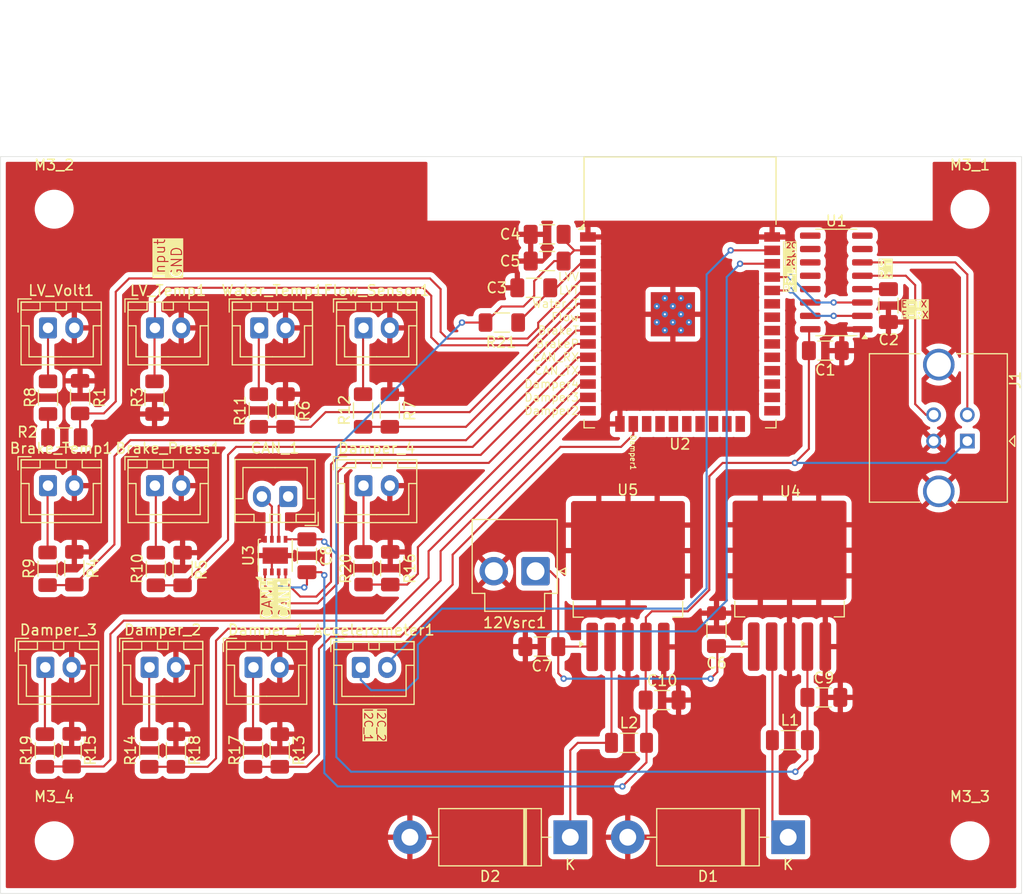
<source format=kicad_pcb>
(kicad_pcb (version 20240108) (generator "pcbnew") (generator_version "8.0")
  (layers (0 "F.Cu" signal) (31 "B.Cu" signal) (34 "B.Paste" user) (35 "F.Paste" user) (36 "B.SilkS" user "B.Silkscreen") (37 "F.SilkS" user "F.Silkscreen") (38 "B.Mask" user) (39 "F.Mask" user) (44 "Edge.Cuts" user))
  (net 0 "")
  (net 1 "Net-(D1-K)")
  (net 2 "GND")
  (net 3 "Net-(D2-K)")
  (net 4 "+5V")
  (net 5 "+12V")
  (net 6 "/I2C_1")
  (net 7 "/I2C_2")
  (net 8 "Net-(Brake_Press1-Pin_1)")
  (net 9 "Net-(Brake_Temp1-Pin_1)")
  (net 10 "Net-(U1-V3)")
  (net 11 "Net-(U2-EN)")
  (net 12 "+3V3")
  (net 13 "Net-(Damper_1-Pin_1)")
  (net 14 "Net-(Damper_2-Pin_1)")
  (net 15 "Net-(Damper_3-Pin_1)")
  (net 16 "Net-(Damper_4-Pin_1)")
  (net 17 "Net-(Flow_Sensor1-Pin_1)")
  (net 18 "Net-(J1-D+)")
  (net 19 "Net-(J1-D-)")
  (net 20 "Net-(CAN_1-Pin_1)")
  (net 21 "Net-(CAN_1-Pin_2)")
  (net 22 "/ADC1_3")
  (net 23 "Net-(LV_Volt1-Pin_1)")
  (net 24 "/ADC1_0")
  (net 25 "Net-(R2-Pad1)")
  (net 26 "/ADC1_4")
  (net 27 "/ADC1_5")
  (net 28 "/ADC1_6")
  (net 29 "/ADC1_7")
  (net 30 "Net-(Water_Temp1-Pin_1)")
  (net 31 "/ADC2_4")
  (net 32 "/ADC2_5")
  (net 33 "/ADC2_6")
  (net 34 "/ADC2_7")
  (net 42 "/E-TX")
  (net 45 "/E-RX")
  (net 54 "/CAN_TX")
  (net 59 "/CAN_RX")
  (footprint "Package_SO:SOIC-16_3.9x9.9mm_P1.27mm" (layer "F.Cu") (at 168.402 44.958 180)
    (property "Reference" "U1")
    (property "Value" "CH340C")
  )
  (footprint "Capacitor_SMD:C_1206_3216Metric_Pad1.33x1.80mm_HandSolder" (layer "F.Cu") (at 139.6615 45.466)
    (property "Reference" "C3")
    (property "Value" "1u")
  )
  (footprint "Connector_JST:JST_XH_B2B-XH-A_1x02_P2.50mm_Vertical" (layer "F.Cu") (at 93.258 81.52)
    (property "Reference" "Damper_3")
    (property "Value" "Conn_01x02")
  )
  (footprint "Inductor_SMD:L_1206_3216Metric_Pad1.22x1.90mm_HandSolder" (layer "F.Cu") (at 148.7055 88.6968)
    (property "Reference" "L2")
    (property "Value" "100u")
  )
  (footprint "Connector_JST:JST_XH_B2B-XH-A_1x02_P2.50mm_Vertical" (layer "F.Cu") (at 103.672 49.276)
    (property "Reference" "LV_Temp1")
    (property "Value" "Conn_01x02")
  )
  (footprint "Resistor_SMD:R_1206_3216Metric_Pad1.30x1.75mm_HandSolder" (layer "F.Cu") (at 123.444 57.124 -90)
    (property "Reference" "R12")
    (property "Value" "1000k")
  )
  (footprint "Resistor_SMD:R_1206_3216Metric_Pad1.30x1.75mm_HandSolder" (layer "F.Cu") (at 123.484 72.11 -90)
    (property "Reference" "R20")
    (property "Value" "1000k")
  )
  (footprint "MountingHole:MountingHole_3.2mm_M3" (layer "F.Cu") (at 181.1 38)
    (property "Reference" "M3_1")
    (property "Value" "MountingHole")
  )
  (footprint "Resistor_SMD:R_1206_3216Metric_Pad1.30x1.75mm_HandSolder" (layer "F.Cu") (at 126.024 72.11 90)
    (property "Reference" "R16")
    (property "Value" "220k")
  )
  (footprint "MountingHole:MountingHole_3.2mm_M3" (layer "F.Cu") (at 94.099913 98.00006)
    (property "Reference" "M3_4")
    (property "Value" "MountingHole")
  )
  (footprint "Connector_JST:JST_XH_B2B-XH-A_1x02_P2.50mm_Vertical" (layer "F.Cu") (at 113.578 49.276)
    (property "Reference" "Water_Temp1")
    (property "Value" "Conn_01x02")
  )
  (footprint "Diode_THT:D_DO-201AD_P15.24mm_Horizontal" (layer "F.Cu") (at 143.129 97.663 180)
    (property "Reference" "D2")
    (property "Value" "1N5820")
  )
  (footprint "Connector_JST:JST_XH_B2B-XH-A_1x02_P2.50mm_Vertical" (layer "F.Cu") (at 103.164 81.52)
    (property "Reference" "Damper_2")
    (property "Value" "Conn_01x02")
  )
  (footprint "Resistor_SMD:R_1206_3216Metric_Pad1.30x1.75mm_HandSolder" (layer "F.Cu") (at 103.124 89.42 -90)
    (property "Reference" "R18")
    (property "Value" "1000k")
  )
  (footprint "Resistor_SMD:R_1206_3216Metric_Pad1.30x1.75mm_HandSolder" (layer "F.Cu") (at 125.984 57.124 90)
    (property "Reference" "R7")
    (property "Value" "220k")
  )
  (footprint "Connector_JST:JST_VH_B2P-VH_1x02_P3.96mm_Vertical" (layer "F.Cu") (at 139.827 72.39 180)
    (property "Reference" "12Vsrc1")
    (property "Value" "Conn_01x02")
  )
  (footprint "Resistor_SMD:R_1206_3216Metric_Pad1.30x1.75mm_HandSolder" (layer "F.Cu") (at 93.218 89.42 -90)
    (property "Reference" "R19")
    (property "Value" "1000k")
  )
  (footprint "Resistor_SMD:R_1206_3216Metric_Pad1.30x1.75mm_HandSolder" (layer "F.Cu") (at 112.99 89.42 -90)
    (property "Reference" "R17")
    (property "Value" "1000k")
  )
  (footprint "Connector_JST:JST_XH_B2B-XH-A_1x02_P2.50mm_Vertical" (layer "F.Cu") (at 123.484 49.276)
    (property "Reference" "Flow_Sensor1")
    (property "Value" "Conn_01x02")
  )
  (footprint "Resistor_SMD:R_1206_3216Metric_Pad1.30x1.75mm_HandSolder" (layer "F.Cu") (at 103.756 72.179 -90)
    (property "Reference" "R10")
    (property "Value" "1000k")
  )
  (footprint "Connector_JST:JST_XH_B2B-XH-A_1x02_P2.50mm_Vertical" (layer "F.Cu") (at 103.672 64.262)
    (property "Reference" "Brake_Press1")
    (property "Value" "Conn_01x02")
  )
  (footprint "Resistor_SMD:R_1206_3216Metric_Pad1.30x1.75mm_HandSolder" (layer "F.Cu") (at 95.062 59.69)
    (property "Reference" "R2")
    (property "Value" "470k")
  )
  (footprint "Resistor_SMD:R_1206_3216Metric_Pad1.30x1.75mm_HandSolder" (layer "F.Cu") (at 96.012 72.11 90)
    (property "Reference" "R4")
    (property "Value" "220k")
  )
  (footprint "Connector_JST:JST_XH_B2B-XH-A_1x02_P2.50mm_Vertical" (layer "F.Cu") (at 123.484 64.262)
    (property "Reference" "Damper_4")
    (property "Value" "Conn_01x02")
  )
  (footprint "Capacitor_SMD:C_1206_3216Metric_Pad1.33x1.80mm_HandSolder" (layer "F.Cu") (at 118.11 70.9215 -90)
    (property "Reference" "C8")
    (property "Value" "100n")
  )
  (footprint "Connector_JST:JST_XH_B2B-XH-A_1x02_P2.50mm_Vertical" (layer "F.Cu") (at 116.332 65.295 180)
    (property "Reference" "CAN_1")
    (property "Value" "Conn_01x02_Pin")
  )
  (footprint "RF_Module:ESP32-WROOM-32" (layer "F.Cu") (at 153.556 48.89)
    (property "Reference" "U2")
    (property "Value" "ESP32-WROOM-32")
  )
  (footprint "Capacitor_SMD:C_1206_3216Metric_Pad1.33x1.80mm_HandSolder" (layer "F.Cu") (at 157.021 77.9395 90)
    (property "Reference" "C6")
    (property "Value" "100u")
  )
  (footprint "Capacitor_SMD:C_1206_3216Metric_Pad1.33x1.80mm_HandSolder" (layer "F.Cu") (at 140.4235 79.5528 180)
    (property "Reference" "C7")
    (property "Value" "100u")
  )
  (footprint "Resistor_SMD:R_1206_3216Metric_Pad1.30x1.75mm_HandSolder" (layer "F.Cu") (at 93.512 55.906 -90)
    (property "Reference" "R8")
    (property "Value" "470k")
  )
  (footprint "Resistor_SMD:R_1206_3216Metric_Pad1.30x1.75mm_HandSolder" (layer "F.Cu") (at 93.472 72.162 -90)
    (property "Reference" "R9")
    (property "Value" "1000k")
  )
  (footprint "Diode_THT:D_DO-201AD_P15.24mm_Horizontal" (layer "F.Cu") (at 163.83 97.663 180)
    (property "Reference" "D1")
    (property "Value" "1N5820")
  )
  (footprint "Capacitor_SMD:C_1206_3216Metric_Pad1.33x1.80mm_HandSolder" (layer "F.Cu") (at 140.9315 40.386 180)
    (property "Reference" "C4")
    (property "Value" "10u")
  )
  (footprint "Package_DFN_QFN:DFN-8-1EP_3x3mm_P0.65mm_EP1.55x2.4mm" (layer "F.Cu") (at 115.103 70.909 90)
    (property "Reference" "U3")
    (property "Value" "TJA1051TK-3")
  )
  (footprint "Resistor_SMD:R_1206_3216Metric_Pad1.30x1.75mm_HandSolder" (layer "F.Cu") (at 95.758 89.394 90)
    (property "Reference" "R15")
    (property "Value" "220k")
  )
  (footprint "MountingHole:MountingHole_3.2mm_M3" (layer "F.Cu") (at 181.1 98.00006)
    (property "Reference" "M3_3")
    (property "Value" "MountingHole")
  )
  (footprint "Resistor_SMD:R_1206_3216Metric_Pad1.30x1.75mm_HandSolder" (layer "F.Cu") (at 105.664 89.42 90)
    (property "Reference" "R14")
    (property "Value" "220k")
  )
  (footprint "Resistor_SMD:R_1206_3216Metric_Pad1.30x1.75mm_HandSolder" (layer "F.Cu") (at 96.56 55.854 90)
    (property "Reference" "R1")
    (property "Value" "100k")
  )
  (footprint "Connector_JST:JST_XH_B2B-XH-A_1x02_P2.50mm_Vertical" (layer "F.Cu") (at 123.23 81.534)
    (property "Reference" "Accelerometer1")
    (property "Value" "Conn_01x02")
  )
  (footprint "MountingHole:MountingHole_3.2mm_M3" (layer "F.Cu") (at 94.099913 38)
    (property "Reference" "M3_2")
    (property "Value" "MountingHole")
  )
  (footprint "Resistor_SMD:R_1206_3216Metric_Pad1.30x1.75mm_HandSolder" (layer "F.Cu") (at 106.296 72.179 90)
    (property "Reference" "R5")
    (property "Value" "220k")
  )
  (footprint "Connector_JST:JST_XH_B2B-XH-A_1x02_P2.50mm_Vertical" (layer "F.Cu") (at 113.03 81.52)
    (property "Reference" "Damper_1")
    (property "Value" "Conn_01x02")
  )
  (footprint "Resistor_SMD:R_1206_3216Metric_Pad1.30x1.75mm_HandSolder" (layer "F.Cu") (at 103.632 55.906 90)
    (property "Reference" "R3")
    (property "Value" "47R")
  )
  (footprint "Capacitor_SMD:C_1206_3216Metric_Pad1.33x1.80mm_HandSolder" (layer "F.Cu") (at 140.9315 42.926 180)
    (property "Reference" "C5")
    (property "Value" "0u1")
  )
  (footprint "Connector_JST:JST_XH_B2B-XH-A_1x02_P2.50mm_Vertical" (layer "F.Cu") (at 93.512 64.262)
    (property "Reference" "Brake_Temp1")
    (property "Value" "Conn_01x02")
  )
  (footprint "Capacitor_SMD:C_1206_3216Metric_Pad1.33x1.80mm_HandSolder" (layer "F.Cu") (at 167.2195 84.3788)
    (property "Reference" "C9")
    (property "Value" "1000u")
  )
  (footprint "Resistor_SMD:R_1206_3216Metric_Pad1.30x1.75mm_HandSolder" (layer "F.Cu") (at 136.626 48.768)
    (property "Reference" "R21")
    (property "Value" "10k")
  )
  (footprint "Resistor_SMD:R_1206_3216Metric_Pad1.30x1.75mm_HandSolder" (layer "F.Cu") (at 113.538 57.124 -90)
    (property "Reference" "R11")
    (property "Value" "1000k")
  )
  (footprint "Capacitor_SMD:C_1206_3216Metric_Pad1.33x1.80mm_HandSolder" (layer "F.Cu") (at 173.355 47.1555 90)
    (property "Reference" "C2")
    (property "Value" "0u1")
  )
  (footprint "Package_TO_SOT_SMD:TO-263-5_TabPin3" (layer "F.Cu") (at 163.957 71.9028 90)
    (property "Reference" "U4")
    (property "Value" "LM2576S-3.3")
  )
  (footprint "Capacitor_SMD:C_1206_3216Metric_Pad1.33x1.80mm_HandSolder" (layer "F.Cu") (at 167.3595 51.435 180)
    (property "Reference" "C1")
    (property "Value" "0u1")
  )
  (footprint "Inductor_SMD:L_1206_3216Metric_Pad1.22x1.90mm_HandSolder" (layer "F.Cu") (at 163.9945 88.4428)
    (property "Reference" "L1")
    (property "Value" "100u")
  )
  (footprint "Connector_JST:JST_XH_B2B-XH-A_1x02_P2.50mm_Vertical" (layer "F.Cu") (at 93.512 49.276)
    (property "Reference" "LV_Volt1")
    (property "Value" "Conn_01x02")
  )
  (footprint "Capacitor_SMD:C_1206_3216Metric_Pad1.33x1.80mm_HandSolder" (layer "F.Cu") (at 151.8535 84.6328)
    (property "Reference" "C10")
    (property "Value" "1000u")
  )
  (footprint "Resistor_SMD:R_1206_3216Metric_Pad1.30x1.75mm_HandSolder" (layer "F.Cu") (at 115.53 89.42 90)
    (property "Reference" "R13")
    (property "Value" "220k")
  )
  (footprint "Connector_USB:USB_B_TE_5787834_Vertical" (layer "F.Cu") (at 180.848 60.031 -90)
    (property "Reference" "J1")
    (property "Value" "USB_B")
  )
  (footprint "Resistor_SMD:R_1206_3216Metric_Pad1.30x1.75mm_HandSolder" (layer "F.Cu") (at 116.078 57.124 90)
    (property "Reference" "R6")
    (property "Value" "220k")
  )
  (footprint "Package_TO_SOT_SMD:TO-263-5_TabPin3" (layer "F.Cu") (at 148.609 71.9328 90)
    (property "Reference" "U5")
    (property "Value" "LM2576S-5")
  )
  (gr_rect (start 89.000089 33.000033) (end 186.000186 103.000103) (stroke (width 0.05)) (fill none) (layer "Edge.Cuts"))
  (gr_text "D-\nD+" (at 172.3136 44.5516 0) (layer "F.SilkS" knockout) (effects (font (size 0.635 0.635) (thickness 0.1)) (justify left bottom)))
  (gr_text "I2C\n _2\nI2C\n _1\nTX\nRX" (at 163.322 45.8216 0) (layer "F.SilkS" knockout) (effects (font (size 0.508 0.508) (thickness 0.1)) (justify left bottom)))
  (gr_text "LVV\nLVT\nWater_T\nFlow\nBrakeT\nBrakeP\nCAN_RX\nCAN_TX\nDamper4\nDamper3\nDamper2" (at 144.018 57.6072 0) (layer "F.SilkS") (effects (font (size 0.79 0.79) (thickness 0.09525)) (justify right bottom)))
  (gr_text "CANH\nCANL" (at 116.5352 77.0128 90) (layer "F.SilkS" knockout) (effects (font (size 1 1) (thickness 0.1)) (justify left bottom)))
  (gr_text "Damper1" (at 148.7932 59.3852 270) (layer "F.SilkS") (effects (font (size 0.508 0.508) (thickness 0.1)) (justify left bottom)))
  (gr_text "Input\nGND" (at 106.3244 44.6532 90) (layer "F.SilkS" knockout) (effects (font (size 1 1) (thickness 0.1)) (justify left bottom)))
  (gr_text "I2C_2\nI2C_1" (at 123.4948 85.344 270) (layer "F.SilkS" knockout) (effects (font (size 0.762 0.762) (thickness 0.1)) (justify left bottom)))
  (gr_text "E-TX\nE-RX" (at 174.498 48.4124 0) (layer "F.SilkS" knockout) (effects (font (size 0.635 0.635) (thickness 0.1)) (justify left bottom)))
  (segment (start 162.332 88.4428) (end 162.332 96.165) (width 0.2) (layer "F.Cu") (net 1))
  (segment (start 162.332 88.4428) (end 162.332 79.6278) (width 0.2) (layer "F.Cu") (net 1))
  (segment (start 162.332 79.6278) (end 162.257 79.5528) (width 0.2) (layer "F.Cu") (net 1))
  (segment (start 162.332 96.165) (end 163.83 97.663) (width 0.2) (layer "F.Cu") (net 1))
  (segment (start 114.778 72.459) (end 114.778 71.234) (width 0.2) (layer "F.Cu") (net 2))
  (segment (start 114.778 71.234) (end 115.103 70.909) (width 0.2) (layer "F.Cu") (net 2))
  (segment (start 147.043 79.7168) (end 146.909 79.5828) (width 0.2) (layer "F.Cu") (net 3))
  (segment (start 143.129 97.663) (end 143.129 89.408) (width 0.2) (layer "F.Cu") (net 3))
  (segment (start 143.129 89.408) (end 143.8402 88.6968) (width 0.2) (layer "F.Cu") (net 3))
  (segment (start 143.8402 88.6968) (end 147.043 88.6968) (width 0.2) (layer "F.Cu") (net 3))
  (segment (start 147.043 88.6968) (end 147.043 79.7168) (width 0.2) (layer "F.Cu") (net 3))
  (segment (start 118.11 73.677) (end 118.11 72.484) (width 0.2) (layer "F.Cu") (net 4))
  (segment (start 165.821025 49.508975) (end 165.927 49.403) (width 0.2) (layer "F.Cu") (net 4))
  (segment (start 119.474 72.484) (end 119.761 72.771) (width 0.2) (layer "F.Cu") (net 4))
  (segment (start 118.11 72.484) (end 119.474 72.484) (width 0.2) (layer "F.Cu") (net 4))
  (segment (start 156.337 63.373) (end 156.337 74.168) (width 0.2) (layer "F.Cu") (net 4))
  (segment (start 148.082 92.837) (end 150.368 90.551) (width 0.2) (layer "F.Cu") (net 4))
  (segment (start 117.856 73.931) (end 118.11 73.677) (width 0.2) (layer "F.Cu") (net 4))
  (segment (start 165.821025 51.333) (end 165.821025 49.508975) (width 0.2) (layer "F.Cu") (net 4))
  (segment (start 164.465 62.103) (end 165.797 60.771) (width 0.2) (layer "F.Cu") (net 4))
  (segment (start 154.305 76.2) (end 150.876 76.2) (width 0.2) (layer "F.Cu") (net 4))
  (segment (start 157.607 62.103) (end 156.337 63.373) (width 0.2) (layer "F.Cu") (net 4))
  (segment (start 164.465 62.103) (end 157.607 62.103) (width 0.2) (layer "F.Cu") (net 4))
  (segment (start 165.797 60.771) (end 165.797 51.435) (width 0.2) (layer "F.Cu") (net 4))
  (segment (start 150.309 76.767) (end 150.309 79.5828) (width 0.2) (layer "F.Cu") (net 4))
  (segment (start 115.428 73.533) (end 115.428 72.459) (width 0.2) (layer "F.Cu") (net 4))
  (segment (start 156.337 74.168) (end 154.305 76.2) (width 0.2) (layer "F.Cu") (net 4))
  (segment (start 150.876 76.2) (end 150.309 76.767) (width 0.2) (layer "F.Cu") (net 4))
  (segment (start 150.291 79.6008) (end 150.309 79.5828) (width 0.2) (layer "F.Cu") (net 4))
  (segment (start 150.368 90.551) (end 150.368 88.6968) (width 0.2) (layer "F.Cu") (net 4))
  (segment (start 150.368 88.6968) (end 150.368 84.7098) (width 0.2) (layer "F.Cu") (net 4))
  (segment (start 150.368 84.7098) (end 150.291 84.6328) (width 0.2) (layer "F.Cu") (net 4))
  (segment (start 150.291 84.6328) (end 150.291 79.6008) (width 0.2) (layer "F.Cu") (net 4))
  (via (at 117.856 73.931) (size 0.6) (drill 0.3) (layers "F.Cu" "B.Cu") (net 4))
  (via (at 164.465 62.103) (size 0.6) (drill 0.3) (layers "F.Cu" "B.Cu") (net 4))
  (via (at 119.761 72.771) (size 0.6) (drill 0.3) (layers "F.Cu" "B.Cu") (net 4))
  (via (at 115.428 73.533) (size 0.6) (drill 0.3) (layers "F.Cu" "B.Cu") (net 4))
  (via (at 148.082 92.837) (size 0.6) (drill 0.3) (layers "F.Cu" "B.Cu") (net 4))
  (segment (start 121.031 92.837) (end 119.761 91.567) (width 0.2) (layer "B.Cu") (net 4))
  (segment (start 178.776 62.103) (end 180.848 60.031) (width 0.2) (layer "B.Cu") (net 4))
  (segment (start 148.082 92.837) (end 121.031 92.837) (width 0.2) (layer "B.Cu") (net 4))
  (segment (start 119.761 91.567) (end 119.761 72.771) (width 0.2) (layer "B.Cu") (net 4))
  (segment (start 164.465 62.103) (end 178.776 62.103) (width 0.2) (layer "B.Cu") (net 4))
  (segment (start 115.826 73.931) (end 117.856 73.931) (width 0.2) (layer "B.Cu") (net 4))
  (segment (start 115.428 73.533) (end 115.826 73.931) (width 0.2) (layer "B.Cu") (net 4))
  (segment (start 157.098 81.9668) (end 157.098 79.5528) (width 0.2) (layer "F.Cu") (net 5))
  (segment (start 145.179 79.5528) (end 145.209 79.5828) (width 0.2) (layer "F.Cu") (net 5))
  (segment (start 141.986 79.5528) (end 145.179 79.5528) (width 0.2) (layer "F.Cu") (net 5))
  (segment (start 157.098 79.5528) (end 160.557 79.5528) (width 0.2) (layer "F.Cu") (net 5))
  (segment (start 141.986 73.152) (end 141.224 72.39) (width 0.2) (layer "F.Cu") (net 5))
  (segment (start 141.986 79.5528) (end 141.986 73.152) (width 0.2) (layer "F.Cu") (net 5))
  (segment (start 141.224 72.39) (end 139.827 72.39) (width 0.2) (layer "F.Cu") (net 5))
  (segment (start 142.5 82.6008) (end 141.986 82.0868) (width 0.2) (layer "F.Cu") (net 5))
  (segment (start 141.986 82.0868) (end 141.986 79.5528) (width 0.2) (layer "F.Cu") (net 5))
  (segment (start 156.464 82.6008) (end 157.098 81.9668) (width 0.2) (layer "F.Cu") (net 5))
  (via (at 142.5 82.6008) (size 0.6) (drill 0.3) (layers "F.Cu" "B.Cu") (net 5))
  (via (at 156.464 82.6008) (size 0.6) (drill 0.3) (layers "F.Cu" "B.Cu") (net 5))
  (segment (start 142.5 82.6008) (end 156.464 82.6008) (width 0.2) (layer "B.Cu") (net 5))
  (segment (start 162.306 43.18) (end 159.258 43.18) (width 0.2) (layer "F.Cu") (net 6))
  (via (at 159.258 43.18) (size 0.6) (drill 0.3) (layers "F.Cu" "B.Cu") (net 6))
  (segment (start 128.651 82.55) (end 128.651 79.375) (width 0.2) (layer "B.Cu") (net 6))
  (segment (start 155.067 78.105) (end 157.988 75.184) (width 0.2) (layer "B.Cu") (net 6))
  (segment (start 123.23 82.717) (end 124.206 83.693) (width 0.2) (layer "B.Cu") (net 6))
  (segment (start 124.206 83.693) (end 127.508 83.693) (width 0.2) (layer "B.Cu") (net 6))
  (segment (start 157.988 44.45) (end 159.258 43.18) (width 0.2) (layer "B.Cu") (net 6))
  (segment (start 127.508 83.693) (end 128.651 82.55) (width 0.2) (layer "B.Cu") (net 6))
  (segment (start 128.651 79.375) (end 129.921 78.105) (width 0.2) (layer "B.Cu") (net 6))
  (segment (start 129.921 78.105) (end 155.067 78.105) (width 0.2) (layer "B.Cu") (net 6))
  (segment (start 123.23 81.534) (end 123.23 82.717) (width 0.2) (layer "B.Cu") (net 6))
  (segment (start 157.988 75.184) (end 157.988 44.45) (width 0.2) (layer "B.Cu") (net 6))
  (segment (start 158.369 41.91) (end 162.306 41.91) (width 0.2) (layer "F.Cu") (net 7))
  (via (at 158.369 41.91) (size 0.6) (drill 0.3) (layers "F.Cu" "B.Cu") (net 7))
  (segment (start 156.083 44.196) (end 156.083 74.041) (width 0.2) (layer "B.Cu") (net 7))
  (segment (start 130.937 75.946) (end 125.73 81.153) (width 0.2) (layer "B.Cu") (net 7))
  (segment (start 125.73 81.153) (end 125.73 81.534) (width 0.2) (layer "B.Cu") (net 7))
  (segment (start 158.369 41.91) (end 156.083 44.196) (width 0.2) (layer "B.Cu") (net 7))
  (segment (start 156.083 74.041) (end 154.178 75.946) (width 0.2) (layer "B.Cu") (net 7))
  (segment (start 154.178 75.946) (end 130.937 75.946) (width 0.2) (layer "B.Cu") (net 7))
  (segment (start 103.756 64.346) (end 103.672 64.262) (width 0.2) (layer "F.Cu") (net 8))
  (segment (start 103.756 70.629) (end 103.756 64.346) (width 0.2) (layer "F.Cu") (net 8))
  (segment (start 93.472 64.302) (end 93.512 64.262) (width 0.2) (layer "F.Cu") (net 9))
  (segment (start 93.472 70.612) (end 93.472 64.302) (width 0.2) (layer "F.Cu") (net 9))
  (segment (start 170.877 45.593) (end 173.355 45.593) (width 0.2) (layer "F.Cu") (net 10))
  (segment (start 141.224 45.72) (end 141.224 45.466) (width 0.2) (layer "F.Cu") (net 11))
  (segment (start 141.224 45.466) (end 141.224 45.847) (width 0.2) (layer "F.Cu") (net 11))
  (segment (start 144.087244 43.18) (end 141.801244 45.466) (width 0.2) (layer "F.Cu") (net 11))
  (segment (start 138.176 48.768) (end 141.224 45.72) (width 0.2) (layer "F.Cu") (net 11))
  (segment (start 141.801244 45.466) (end 141.224 45.466) (width 0.2) (layer "F.Cu") (net 11))
  (segment (start 144.806 43.18) (end 144.087244 43.18) (width 0.2) (layer "F.Cu") (net 11))
  (segment (start 142.494 42.926) (end 143.51 41.91) (width 0.2) (layer "F.Cu") (net 12))
  (segment (start 118.11 69.359) (end 119.524 69.359) (width 0.2) (layer "F.Cu") (net 12))
  (segment (start 164.514 91.44) (end 165.657 90.297) (width 0.2) (layer "F.Cu") (net 12))
  (segment (start 116.078 69.359) (end 118.11 69.359) (width 0.2) (layer "F.Cu") (net 12))
  (segment (start 142.494 40.386) (end 142.494 40.894) (width 0.2) (layer "F.Cu") (net 12))
  (segment (start 141.605 42.926) (end 142.494 42.926) (width 0.2) (layer "F.Cu") (net 12))
  (segment (start 165.657 90.297) (end 165.657 88.4428) (width 0.2) (layer "F.Cu") (net 12))
  (segment (start 142.494 40.894) (end 143.51 41.91) (width 0.2) (layer "F.Cu") (net 12))
  (segment (start 165.657 79.4858) (end 165.657 84.3788) (width 0.2) (layer "F.Cu") (net 12))
  (segment (start 135.076 48.768) (end 136.6 47.244) (width 0.2) (layer "F.Cu") (net 12))
  (segment (start 135.076 48.768) (end 132.842 48.768) (width 0.2) (layer "F.Cu") (net 12))
  (segment (start 143.51 41.91) (end 144.806 41.91) (width 0.2) (layer "F.Cu") (net 12))
  (segment (start 119.524 69.359) (end 119.761 69.596) (width 0.2) (layer "F.Cu") (net 12))
  (segment (start 136.6 47.244) (end 138.684 47.244) (width 0.2) (layer "F.Cu") (net 12))
  (segment (start 139.7 44.831) (end 141.605 42.926) (width 0.2) (layer "F.Cu") (net 12))
  (segment (start 138.684 47.244) (end 139.7 46.228) (width 0.2) (layer "F.Cu") (net 12))
  (segment (start 165.657 84.3788) (end 165.657 88.4428) (width 0.2) (layer "F.Cu") (net 12))
  (segment (start 139.7 46.228) (end 139.7 44.831) (width 0.2) (layer "F.Cu") (net 12))
  (via (at 164.514 91.44) (size 0.6) (drill 0.3) (layers "F.Cu" "B.Cu") (net 12))
  (via (at 132.842 48.768) (size 0.6) (drill 0.3) (layers "F.Cu" "B.Cu") (net 12))
  (via (at 119.761 69.596) (size 0.6) (drill 0.3) (layers "F.Cu" "B.Cu") (net 12))
  (segment (start 120.904 70.739) (end 119.761 69.596) (width 0.2) (layer "B.Cu") (net 12))
  (segment (start 122.301 91.44) (end 120.904 90.043) (width 0.2) (layer "B.Cu") (net 12))
  (segment (start 164.514 91.44) (end 122.301 91.44) (width 0.2) (layer "B.Cu") (net 12))
  (segment (start 132.842 48.768) (end 120.904 60.706) (width 0.2) (layer "B.Cu") (net 12))
  (segment (start 120.904 60.706) (end 120.904 70.739) (width 0.2) (layer "B.Cu") (net 12))
  (segment (start 120.904 90.043) (end 120.904 70.739) (width 0.2) (layer "B.Cu") (net 12))
  (segment (start 112.99 87.87) (end 112.99 81.56) (width 0.2) (layer "F.Cu") (net 13))
  (segment (start 112.99 81.56) (end 113.03 81.52) (width 0.2) (layer "F.Cu") (net 13))
  (segment (start 103.124 81.56) (end 103.164 81.52) (width 0.2) (layer "F.Cu") (net 14))
  (segment (start 103.124 87.87) (end 103.124 81.56) (width 0.2) (layer "F.Cu") (net 14))
  (segment (start 93.218 87.87) (end 93.218 81.56) (width 0.2) (layer "F.Cu") (net 15))
  (segment (start 93.218 81.56) (end 93.258 81.52) (width 0.2) (layer "F.Cu") (net 15))
  (segment (start 123.484 70.56) (end 123.484 64.262) (width 0.2) (layer "F.Cu") (net 16))
  (segment (start 123.444 55.574) (end 123.444 49.316) (width 0.2) (layer "F.Cu") (net 17))
  (segment (start 123.444 49.316) (end 123.484 49.276) (width 0.2) (layer "F.Cu") (net 17))
  (segment (start 176.911 57.531) (end 175.895 56.515) (width 0.2) (layer "F.Cu") (net 18))
  (segment (start 175.895 56.515) (end 175.895 45.212) (width 0.2) (layer "F.Cu") (net 18))
  (segment (start 175.895 45.212) (end 175.006 44.323) (width 0.2) (layer "F.Cu") (net 18))
  (segment (start 177.648 57.531) (end 176.911 57.531) (width 0.2) (layer "F.Cu") (net 18))
  (segment (start 175.006 44.323) (end 170.877 44.323) (width 0.2) (layer "F.Cu") (net 18))
  (segment (start 180.848 57.531) (end 180.848 44.196) (width 0.2) (layer "F.Cu") (net 19))
  (segment (start 179.705 43.053) (end 170.877 43.053) (width 0.2) (layer "F.Cu") (net 19))
  (segment (start 180.848 44.196) (end 179.705 43.053) (width 0.2) (layer "F.Cu") (net 19))
  (segment (start 115.428 69.359) (end 115.428 66.199) (width 0.2) (layer "F.Cu") (net 20))
  (segment (start 115.428 66.199) (end 116.332 65.295) (width 0.2) (layer "F.Cu") (net 20))
  (segment (start 114.778 66.241) (end 113.832 65.295) (width 0.2) (layer "F.Cu") (net 21))
  (segment (start 114.778 69.359) (end 114.778 66.241) (width 0.2) (layer "F.Cu") (net 21))
  (segment (start 130.683 50.927) (end 129.921 50.165) (width 0.2) (layer "F.Cu") (net 22))
  (segment (start 129.921 50.165) (end 129.921 46.228) (width 0.2) (layer "F.Cu") (net 22))
  (segment (start 103.632 54.356) (end 103.632 49.316) (width 0.2) (layer "F.Cu") (net 22))
  (segment (start 144.806 45.72) (end 144.276 45.72) (width 0.2) (layer "F.Cu") (net 22))
  (segment (start 144.276 45.72) (end 139.069 50.927) (width 0.2) (layer "F.Cu") (net 22))
  (segment (start 104.775 45.466) (end 103.672 46.569) (width 0.2) (layer "F.Cu") (net 22))
  (segment (start 129.159 45.466) (end 104.775 45.466) (width 0.2) (layer "F.Cu") (net 22))
  (segment (start 103.672 46.569) (end 103.672 49.276) (width 0.2) (layer "F.Cu") (net 22))
  (segment (start 103.632 49.316) (end 103.672 49.276) (width 0.2) (layer "F.Cu") (net 22))
  (segment (start 129.921 46.228) (end 129.159 45.466) (width 0.2) (layer "F.Cu") (net 22))
  (segment (start 139.069 50.927) (end 130.683 50.927) (width 0.2) (layer "F.Cu") (net 22))
  (segment (start 93.512 54.356) (end 93.512 49.276) (width 0.2) (layer "F.Cu") (net 23))
  (segment (start 131.445 50.292) (end 130.81 49.657) (width 0.2) (layer "F.Cu") (net 24))
  (segment (start 140.081 49.276) (end 139.065 50.292) (width 0.2) (layer "F.Cu") (net 24))
  (segment (start 129.794 44.577) (end 101.219 44.577) (width 0.2) (layer "F.Cu") (net 24))
  (segment (start 144.806 44.45) (end 144.414872 44.45) (width 0.2) (layer "F.Cu") (net 24))
  (segment (start 130.81 45.593) (end 129.794 44.577) (width 0.2) (layer "F.Cu") (net 24))
  (segment (start 96.56 59.638) (end 96.612 59.69) (width 0.2) (layer "F.Cu") (net 24))
  (segment (start 130.81 49.657) (end 130.81 45.593) (width 0.2) (layer "F.Cu") (net 24))
  (segment (start 99.949 56.261) (end 98.806 57.404) (width 0.2) (layer "F.Cu") (net 24))
  (segment (start 101.219 44.577) (end 99.949 45.847) (width 0.2) (layer "F.Cu") (net 24))
  (segment (start 98.806 57.404) (end 96.56 57.404) (width 0.2) (layer "F.Cu") (net 24))
  (segment (start 144.414872 44.45) (end 140.081 48.783872) (width 0.2) (layer "F.Cu") (net 24))
  (segment (start 139.065 50.292) (end 131.445 50.292) (width 0.2) (layer "F.Cu") (net 24))
  (segment (start 96.56 57.404) (end 96.56 59.638) (width 0.2) (layer "F.Cu") (net 24))
  (segment (start 99.949 45.847) (end 99.949 56.261) (width 0.2) (layer "F.Cu") (net 24))
  (segment (start 140.081 48.783872) (end 140.081 49.276) (width 0.2) (layer "F.Cu") (net 24))
  (segment (start 93.512 57.456) (end 93.512 59.69) (width 0.2) (layer "F.Cu") (net 25))
  (segment (start 144.806 49.53) (end 143.637 49.53) (width 0.2) (layer "F.Cu") (net 26))
  (segment (start 93.472 73.712) (end 95.96 73.712) (width 0.2) (layer "F.Cu") (net 26))
  (segment (start 143.637 49.53) (end 133.223 59.944) (width 0.2) (layer "F.Cu") (net 26))
  (segment (start 101.346 59.944) (end 99.822 61.468) (width 0.2) (layer "F.Cu") (net 26))
  (segment (start 99.822 69.85) (end 96.012 73.66) (width 0.2) (layer "F.Cu") (net 26))
  (segment (start 99.822 61.468) (end 99.822 69.85) (width 0.2) (layer "F.Cu") (net 26))
  (segment (start 95.96 73.712) (end 96.012 73.66) (width 0.2) (layer "F.Cu") (net 26))
  (segment (start 133.223 59.944) (end 101.346 59.944) (width 0.2) (layer "F.Cu") (net 26))
  (segment (start 103.756 73.729) (end 106.296 73.729) (width 0.2) (layer "F.Cu") (net 27))
  (segment (start 144.806 50.8) (end 143.637 50.8) (width 0.2) (layer "F.Cu") (net 27))
  (segment (start 110.617 69.408) (end 106.296 73.729) (width 0.2) (layer "F.Cu") (net 27))
  (segment (start 143.637 50.8) (end 133.858 60.579) (width 0.2) (layer "F.Cu") (net 27))
  (segment (start 133.858 60.579) (end 111.379 60.579) (width 0.2) (layer "F.Cu") (net 27))
  (segment (start 111.379 60.579) (end 110.617 61.341) (width 0.2) (layer "F.Cu") (net 27))
  (segment (start 110.617 61.341) (end 110.617 69.408) (width 0.2) (layer "F.Cu") (net 27))
  (segment (start 133.569 57.277) (end 119.888 57.277) (width 0.2) (layer "F.Cu") (net 28))
  (segment (start 113.538 58.674) (end 116.078 58.674) (width 0.2) (layer "F.Cu") (net 28))
  (segment (start 118.491 58.674) (end 116.078 58.674) (width 0.2) (layer "F.Cu") (net 28))
  (segment (start 119.888 57.277) (end 118.491 58.674) (width 0.2) (layer "F.Cu") (net 28))
  (segment (start 143.856 46.99) (end 133.569 57.277) (width 0.2) (layer "F.Cu") (net 28))
  (segment (start 144.806 46.99) (end 143.856 46.99) (width 0.2) (layer "F.Cu") (net 28))
  (segment (start 133.223 58.674) (end 125.984 58.674) (width 0.2) (layer "F.Cu") (net 29))
  (segment (start 123.444 58.674) (end 125.984 58.674) (width 0.2) (layer "F.Cu") (net 29))
  (segment (start 143.637 48.26) (end 133.223 58.674) (width 0.2) (layer "F.Cu") (net 29))
  (segment (start 144.806 48.26) (end 143.637 48.26) (width 0.2) (layer "F.Cu") (net 29))
  (segment (start 113.538 49.316) (end 113.578 49.276) (width 0.2) (layer "F.Cu") (net 30))
  (segment (start 113.538 55.574) (end 113.538 49.316) (width 0.2) (layer "F.Cu") (net 30))
  (segment (start 147.955 60.579) (end 149.116 59.418) (width 0.2) (layer "F.Cu") (net 31))
  (segment (start 115.53 90.97) (end 112.99 90.97) (width 0.2) (layer "F.Cu") (net 31))
  (segment (start 131.953 73.66) (end 131.953 70.817047) (width 0.2) (layer "F.Cu") (net 31))
  (segment (start 120.396 78.613) (end 127 78.613) (width 0.2) (layer "F.Cu") (net 31))
  (segment (start 149.116 59.418) (end 149.116 58.4) (width 0.2) (layer "F.Cu") (net 31))
  (segment (start 119.253 89.789) (end 119.253 79.756) (width 0.2) (layer "F.Cu") (net 31))
  (segment (start 142.191047 60.579) (end 147.955 60.579) (width 0.2) (layer "F.Cu") (net 31))
  (segment (start 131.953 70.817047) (end 142.191047 60.579) (width 0.2) (layer "F.Cu") (net 31))
  (segment (start 118.072 90.97) (end 119.253 89.789) (width 0.2) (layer "F.Cu") (net 31))
  (segment (start 127 78.613) (end 131.953 73.66) (width 0.2) (layer "F.Cu") (net 31))
  (segment (start 115.53 90.97) (end 118.072 90.97) (width 0.2) (layer "F.Cu") (net 31))
  (segment (start 119.253 79.756) (end 120.396 78.613) (width 0.2) (layer "F.Cu") (net 31))
  (segment (start 105.664 90.97) (end 108.674 90.97) (width 0.2) (layer "F.Cu") (net 32))
  (segment (start 126.238 77.851) (end 130.81 73.279) (width 0.2) (layer "F.Cu") (net 32))
  (segment (start 109.474 78.994) (end 110.617 77.851) (width 0.2) (layer "F.Cu") (net 32))
  (segment (start 109.474 90.17) (end 109.474 78.994) (width 0.2) (layer "F.Cu") (net 32))
  (segment (start 130.81 70.485) (end 144.145 57.15) (width 0.2) (layer "F.Cu") (net 32))
  (segment (start 130.81 73.279) (end 130.81 70.485) (width 0.2) (layer "F.Cu") (net 32))
  (segment (start 144.145 57.15) (end 144.806 57.15) (width 0.2) (layer "F.Cu") (net 32))
  (segment (start 103.124 90.97) (end 105.664 90.97) (width 0.2) (layer "F.Cu") (net 32))
  (segment (start 110.617 77.851) (end 126.238 77.851) (width 0.2) (layer "F.Cu") (net 32))
  (segment (start 108.674 90.97) (end 109.474 90.17) (width 0.2) (layer "F.Cu") (net 32))
  (segment (start 95.758 90.944) (end 93.244 90.944) (width 0.2) (layer "F.Cu") (net 33))
  (segment (start 93.244 90.944) (end 93.218 90.97) (width 0.2) (layer "F.Cu") (net 33))
  (segment (start 98.794 90.944) (end 99.441 90.297) (width 0.2) (layer "F.Cu") (net 33))
  (segment (start 99.441 90.297) (end 99.441 78.359) (width 0.2) (layer "F.Cu") (net 33))
  (segment (start 129.667 70.489) (end 144.276 55.88) (width 0.2) (layer "F.Cu") (net 33))
  (segment (start 144.276 55.88) (end 144.806 55.88) (width 0.2) (layer "F.Cu") (net 33))
  (segment (start 99.441 78.359) (end 100.711 77.089) (width 0.2) (layer "F.Cu") (net 33))
  (segment (start 95.758 90.944) (end 98.794 90.944) (width 0.2) (layer "F.Cu") (net 33))
  (segment (start 100.711 77.089) (end 125.603 77.089) (width 0.2) (layer "F.Cu") (net 33))
  (segment (start 129.667 73.025) (end 129.667 70.489) (width 0.2) (layer "F.Cu") (net 33))
  (segment (start 125.603 77.089) (end 129.667 73.025) (width 0.2) (layer "F.Cu") (net 33))
  (segment (start 128.651 72.644) (end 127.635 73.66) (width 0.2) (layer "F.Cu") (net 34))
  (segment (start 144.145 54.61) (end 144.806 54.61) (width 0.2) (layer "F.Cu") (net 34))
  (segment (start 126.024 73.66) (end 123.484 73.66) (width 0.2) (layer "F.Cu") (net 34))
  (segment (start 128.651 70.104) (end 144.145 54.61) (width 0.2) (layer "F.Cu") (net 34))
  (segment (start 128.651 70.104) (end 128.651 72.644) (width 0.2) (layer "F.Cu") (net 34))
  (segment (start 127.635 73.66) (end 126.024 73.66) (width 0.2) (layer "F.Cu") (net 34))
  (segment (start 168.148 46.863) (end 170.877 46.863) (width 0.2) (layer "F.Cu") (net 42))
  (segment (start 162.306 44.45) (end 164.084 44.45) (width 0.2) (layer "F.Cu") (net 42))
  (via (at 168.148 46.863) (size 0.6) (drill 0.3) (layers "F.Cu" "B.Cu") (net 42))
  (via (at 164.084 44.45) (size 0.6) (drill 0.3) (layers "F.Cu" "B.Cu") (net 42))
  (segment (start 164.084 44.45) (end 166.497 46.863) (width 0.2) (layer "B.Cu") (net 42))
  (segment (start 166.497 46.863) (end 168.148 46.863) (width 0.2) (layer "B.Cu") (net 42))
  (segment (start 162.306 45.72) (end 164.084 45.72) (width 0.2) (layer "F.Cu") (net 45))
  (segment (start 170.877 48.133) (end 168.148 48.133) (width 0.2) (layer "F.Cu") (net 45))
  (via (at 168.148 48.133) (size 0.6) (drill 0.3) (layers "F.Cu" "B.Cu") (net 45))
  (via (at 164.084 45.72) (size 0.6) (drill 0.3) (layers "F.Cu" "B.Cu") (net 45))
  (segment (start 166.497 48.133) (end 168.148 48.133) (width 0.2) (layer "B.Cu") (net 45))
  (segment (start 164.084 45.72) (end 166.497 48.133) (width 0.2) (layer "B.Cu") (net 45))
  (segment (start 144.145 53.34) (end 144.806 53.34) (width 0.2) (layer "F.Cu") (net 54))
  (segment (start 121.031 62.992) (end 121.92 62.103) (width 0.2) (layer "F.Cu") (net 54))
  (segment (start 135.382 62.103) (end 144.145 53.34) (width 0.2) (layer "F.Cu") (net 54))
  (segment (start 114.128 72.459) (end 114.128 73.787) (width 0.2) (layer "F.Cu") (net 54))
  (segment (start 121.031 73.533) (end 121.031 62.992) (width 0.2) (layer "F.Cu") (net 54))
  (segment (start 114.128 73.787) (end 115.779 75.438) (width 0.2) (layer "F.Cu") (net 54))
  (segment (start 115.779 75.438) (end 119.126 75.438) (width 0.2) (layer "F.Cu") (net 54))
  (segment (start 121.92 62.103) (end 135.382 62.103) (width 0.2) (layer "F.Cu") (net 54))
  (segment (start 119.126 75.438) (end 121.031 73.533) (width 0.2) (layer "F.Cu") (net 54))
  (segment (start 117.475 74.803) (end 118.999 74.803) (width 0.2) (layer "F.Cu") (net 59))
  (segment (start 134.62 61.341) (end 143.891 52.07) (width 0.2) (layer "F.Cu") (net 59))
  (segment (start 116.078 72.459) (end 116.078 73.406) (width 0.2) (layer "F.Cu") (net 59))
  (segment (start 121.285 61.341) (end 134.62 61.341) (width 0.2) (layer "F.Cu") (net 59))
  (segment (start 120.396 73.406) (end 120.396 62.23) (width 0.2) (layer "F.Cu") (net 59))
  (segment (start 116.078 73.406) (end 117.475 74.803) (width 0.2) (layer "F.Cu") (net 59))
  (segment (start 143.891 52.07) (end 144.806 52.07) (width 0.2) (layer "F.Cu") (net 59))
  (segment (start 118.999 74.803) (end 120.396 73.406) (width 0.2) (layer "F.Cu") (net 59))
  (segment (start 120.396 62.23) (end 121.285 61.341) (width 0.2) (layer "F.Cu") (net 59))
  (zone (net 2) (net_name "GND") (layer "F.Cu") (connect_pads (clearance 0.5)) (min_thickness 0.25) (fill yes (thermal_gap 0.5) (thermal_bridge_width 0.5))
    (polygon (pts (xy 185.986121 103.000103) (xy 186.000186 33.000033) (xy 89.000089 33.000033) (xy 88.986024 103.000103)))
  )
)
</source>
